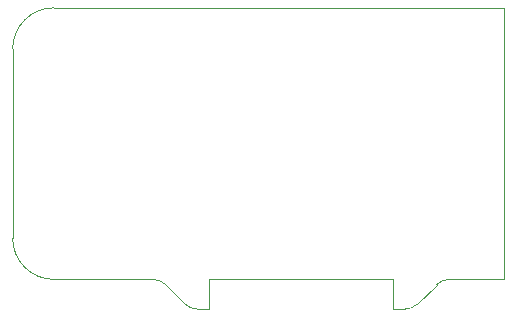
<source format=gbr>
G04 #@! TF.GenerationSoftware,KiCad,Pcbnew,(5.1.5)-3*
G04 #@! TF.CreationDate,2021-08-08T19:40:10+02:00*
G04 #@! TF.ProjectId,18650_UPS_TOP,31383635-305f-4555-9053-5f544f502e6b,rev?*
G04 #@! TF.SameCoordinates,Original*
G04 #@! TF.FileFunction,Profile,NP*
%FSLAX46Y46*%
G04 Gerber Fmt 4.6, Leading zero omitted, Abs format (unit mm)*
G04 Created by KiCad (PCBNEW (5.1.5)-3) date 2021-08-08 19:40:10*
%MOMM*%
%LPD*%
G04 APERTURE LIST*
%ADD10C,0.050000*%
G04 APERTURE END LIST*
D10*
X83260660Y-99018020D02*
X82260660Y-99018020D01*
X99800000Y-99018020D02*
X98800000Y-99018020D01*
X103560660Y-96500000D02*
X108200000Y-96500000D01*
X102500000Y-96939340D02*
G75*
G02X103560660Y-96500000I1060660J-1060660D01*
G01*
X100860660Y-98578680D02*
X102500000Y-96939340D01*
X98800000Y-99018020D02*
X98800000Y-96500000D01*
X100860660Y-98578680D02*
G75*
G02X99800000Y-99018020I-1060660J1060660D01*
G01*
X83260660Y-96500000D02*
X98800000Y-96500000D01*
X83260660Y-99018020D02*
X83260660Y-96500000D01*
X81200000Y-98578680D02*
X79560660Y-96939340D01*
X81200000Y-98578680D02*
G75*
G03X82260660Y-99018020I1060660J1060660D01*
G01*
X79560660Y-96939340D02*
G75*
G03X78500000Y-96500000I-1060660J-1060660D01*
G01*
X108200000Y-73500000D02*
X108200000Y-96500000D01*
X70100000Y-96500000D02*
X78500000Y-96500000D01*
X66600000Y-93000000D02*
X66600000Y-77000000D01*
X108200000Y-73500000D02*
X70100000Y-73500000D01*
X70100000Y-96500000D02*
G75*
G02X66600000Y-93000000I0J3500000D01*
G01*
X66600000Y-77000000D02*
G75*
G02X70100000Y-73500000I3500000J0D01*
G01*
M02*

</source>
